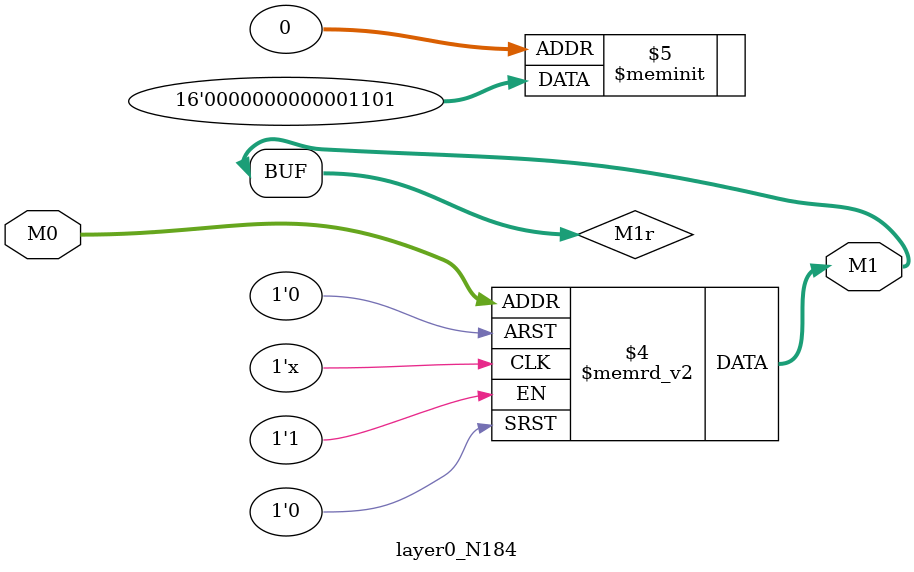
<source format=v>
module layer0_N184 ( input [2:0] M0, output [1:0] M1 );

	(*rom_style = "distributed" *) reg [1:0] M1r;
	assign M1 = M1r;
	always @ (M0) begin
		case (M0)
			3'b000: M1r = 2'b01;
			3'b100: M1r = 2'b00;
			3'b010: M1r = 2'b00;
			3'b110: M1r = 2'b00;
			3'b001: M1r = 2'b11;
			3'b101: M1r = 2'b00;
			3'b011: M1r = 2'b00;
			3'b111: M1r = 2'b00;

		endcase
	end
endmodule

</source>
